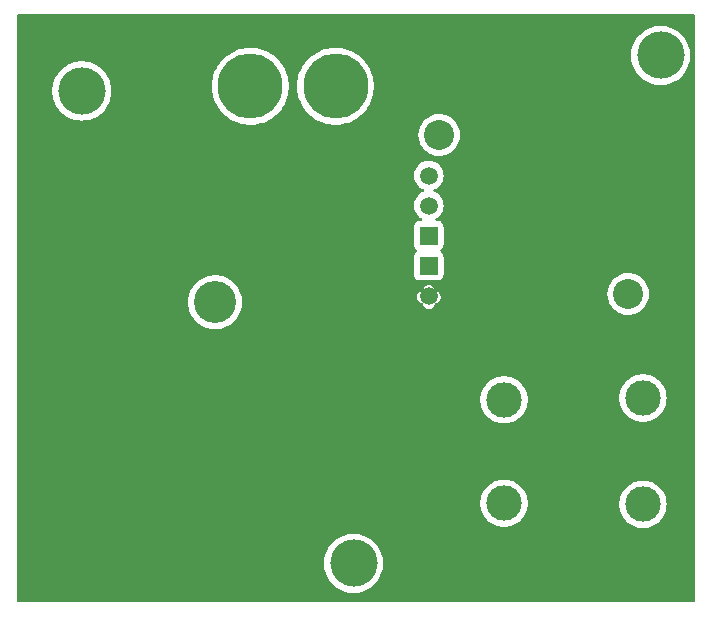
<source format=gtl>
G04 Layer: TopLayer*
G04 EasyEDA v6.5.5, 2022-06-01 21:54:51*
G04 8c1e14e235494d98a3ccc41632180272,c96cdaf6a0e44fa3bb1e134f2b5c86cb,10*
G04 Gerber Generator version 0.2*
G04 Scale: 100 percent, Rotated: No, Reflected: No *
G04 Dimensions in millimeters *
G04 leading zeros omitted , absolute positions ,4 integer and 5 decimal *
%FSLAX45Y45*%
%MOMM*%

%ADD12C,3.0000*%
%ADD13C,1.4986*%
%ADD14R,1.4986X1.4986*%
%ADD15C,2.5400*%
%ADD16C,5.4991*%
%ADD18C,3.5560*%
%ADD19C,4.0000*%

%LPD*%
G36*
X60706Y-5029504D02*
G01*
X56794Y-5028692D01*
X53492Y-5026507D01*
X51308Y-5023205D01*
X50546Y-5019344D01*
X50546Y-60706D01*
X51308Y-56794D01*
X53492Y-53492D01*
X56794Y-51308D01*
X60706Y-50546D01*
X5781344Y-50546D01*
X5785205Y-51308D01*
X5788507Y-53492D01*
X5790692Y-56794D01*
X5791504Y-60706D01*
X5791504Y-5019344D01*
X5790692Y-5023205D01*
X5788507Y-5026507D01*
X5785205Y-5028692D01*
X5781344Y-5029504D01*
G37*

%LPC*%
G36*
X2900019Y-4950510D02*
G01*
X2921812Y-4949545D01*
X2943504Y-4946700D01*
X2964840Y-4941976D01*
X2985668Y-4935423D01*
X3005886Y-4927041D01*
X3025241Y-4916932D01*
X3043682Y-4905197D01*
X3061004Y-4891887D01*
X3077159Y-4877155D01*
X3091891Y-4861001D01*
X3105200Y-4843678D01*
X3116935Y-4825238D01*
X3127044Y-4805883D01*
X3135426Y-4785664D01*
X3141980Y-4764836D01*
X3146704Y-4743500D01*
X3149549Y-4721809D01*
X3150514Y-4700016D01*
X3149549Y-4678172D01*
X3146704Y-4656480D01*
X3141980Y-4635144D01*
X3135426Y-4614316D01*
X3127044Y-4594148D01*
X3116935Y-4574743D01*
X3105200Y-4556302D01*
X3091891Y-4538980D01*
X3077159Y-4522876D01*
X3061004Y-4508093D01*
X3043682Y-4494784D01*
X3025241Y-4483049D01*
X3005886Y-4472940D01*
X2985668Y-4464608D01*
X2964840Y-4458004D01*
X2943504Y-4453280D01*
X2921812Y-4450435D01*
X2900019Y-4449470D01*
X2878175Y-4450435D01*
X2856484Y-4453280D01*
X2835148Y-4458004D01*
X2814320Y-4464608D01*
X2794152Y-4472940D01*
X2774746Y-4483049D01*
X2756306Y-4494784D01*
X2738983Y-4508093D01*
X2722880Y-4522876D01*
X2708097Y-4538980D01*
X2694787Y-4556302D01*
X2683052Y-4574743D01*
X2672943Y-4594148D01*
X2664612Y-4614316D01*
X2658008Y-4635144D01*
X2653284Y-4656480D01*
X2650439Y-4678172D01*
X2649474Y-4700016D01*
X2650439Y-4721809D01*
X2653284Y-4743500D01*
X2658008Y-4764836D01*
X2664612Y-4785664D01*
X2672943Y-4805883D01*
X2683052Y-4825238D01*
X2694787Y-4843678D01*
X2708097Y-4861001D01*
X2722880Y-4877155D01*
X2738983Y-4891887D01*
X2756306Y-4905197D01*
X2774746Y-4916932D01*
X2794152Y-4927041D01*
X2814320Y-4935423D01*
X2835148Y-4941976D01*
X2856484Y-4946700D01*
X2878175Y-4949545D01*
G37*
G36*
X5350052Y-4400499D02*
G01*
X5369712Y-4399534D01*
X5389168Y-4396638D01*
X5408269Y-4391863D01*
X5426811Y-4385208D01*
X5444591Y-4376826D01*
X5461457Y-4366717D01*
X5477256Y-4354982D01*
X5491835Y-4341774D01*
X5505043Y-4327194D01*
X5516778Y-4311396D01*
X5526887Y-4294530D01*
X5535320Y-4276699D01*
X5541924Y-4258208D01*
X5546699Y-4239107D01*
X5549595Y-4219651D01*
X5550560Y-4199991D01*
X5549595Y-4180332D01*
X5546699Y-4160875D01*
X5541924Y-4141774D01*
X5535320Y-4123232D01*
X5526887Y-4105452D01*
X5516778Y-4088587D01*
X5505043Y-4072788D01*
X5491835Y-4058208D01*
X5477256Y-4045000D01*
X5461457Y-4033265D01*
X5444591Y-4023156D01*
X5426811Y-4014724D01*
X5408269Y-4008120D01*
X5389168Y-4003344D01*
X5369712Y-4000449D01*
X5350052Y-3999484D01*
X5330393Y-4000449D01*
X5310936Y-4003344D01*
X5291836Y-4008120D01*
X5273344Y-4014724D01*
X5255564Y-4023156D01*
X5238648Y-4033265D01*
X5222849Y-4045000D01*
X5208270Y-4058208D01*
X5195062Y-4072788D01*
X5183327Y-4088587D01*
X5173218Y-4105452D01*
X5164836Y-4123232D01*
X5158181Y-4141774D01*
X5153406Y-4160875D01*
X5150510Y-4180332D01*
X5149545Y-4199991D01*
X5150510Y-4219651D01*
X5153406Y-4239107D01*
X5158181Y-4258208D01*
X5164836Y-4276699D01*
X5173218Y-4294530D01*
X5183327Y-4311396D01*
X5195062Y-4327194D01*
X5208270Y-4341774D01*
X5222849Y-4354982D01*
X5238648Y-4366717D01*
X5255564Y-4376826D01*
X5273344Y-4385208D01*
X5291836Y-4391863D01*
X5310936Y-4396638D01*
X5330393Y-4399534D01*
G37*
G36*
X4174388Y-4391507D02*
G01*
X4193997Y-4390542D01*
X4213504Y-4387646D01*
X4232554Y-4382871D01*
X4251096Y-4376216D01*
X4268876Y-4367834D01*
X4285742Y-4357725D01*
X4301591Y-4345990D01*
X4316171Y-4332782D01*
X4329379Y-4318203D01*
X4341063Y-4302404D01*
X4351223Y-4285488D01*
X4359605Y-4267708D01*
X4366260Y-4249216D01*
X4371035Y-4230116D01*
X4373930Y-4210659D01*
X4374896Y-4191000D01*
X4373930Y-4171340D01*
X4371035Y-4151884D01*
X4366260Y-4132783D01*
X4359605Y-4114241D01*
X4351223Y-4096461D01*
X4341063Y-4079595D01*
X4329379Y-4063796D01*
X4316171Y-4049217D01*
X4301591Y-4036009D01*
X4285742Y-4024274D01*
X4268876Y-4014165D01*
X4251096Y-4005732D01*
X4232554Y-3999128D01*
X4213504Y-3994353D01*
X4193997Y-3991457D01*
X4174388Y-3990492D01*
X4154728Y-3991457D01*
X4135272Y-3994353D01*
X4116171Y-3999128D01*
X4097629Y-4005732D01*
X4079849Y-4014165D01*
X4062984Y-4024274D01*
X4047185Y-4036009D01*
X4032605Y-4049217D01*
X4019346Y-4063796D01*
X4007662Y-4079595D01*
X3997553Y-4096461D01*
X3989120Y-4114241D01*
X3982516Y-4132783D01*
X3977690Y-4151884D01*
X3974846Y-4171340D01*
X3973880Y-4191000D01*
X3974846Y-4210659D01*
X3977690Y-4230116D01*
X3982516Y-4249216D01*
X3989120Y-4267708D01*
X3997553Y-4285488D01*
X4007662Y-4302404D01*
X4019346Y-4318203D01*
X4032605Y-4332782D01*
X4047185Y-4345990D01*
X4062984Y-4357725D01*
X4079849Y-4367834D01*
X4097629Y-4376216D01*
X4116171Y-4382871D01*
X4135272Y-4387646D01*
X4154728Y-4390542D01*
G37*
G36*
X4174388Y-3515207D02*
G01*
X4193997Y-3514242D01*
X4213504Y-3511346D01*
X4232554Y-3506571D01*
X4251096Y-3499916D01*
X4268876Y-3491534D01*
X4285742Y-3481425D01*
X4301591Y-3469690D01*
X4316171Y-3456482D01*
X4329379Y-3441903D01*
X4341063Y-3426104D01*
X4351223Y-3409187D01*
X4359605Y-3391408D01*
X4366260Y-3372916D01*
X4371035Y-3353815D01*
X4373930Y-3334359D01*
X4374896Y-3314700D01*
X4373930Y-3295040D01*
X4371035Y-3275584D01*
X4366260Y-3256483D01*
X4359605Y-3237941D01*
X4351223Y-3220161D01*
X4341063Y-3203295D01*
X4329379Y-3187496D01*
X4316171Y-3172917D01*
X4301591Y-3159709D01*
X4285742Y-3147974D01*
X4268876Y-3137865D01*
X4251096Y-3129432D01*
X4232554Y-3122828D01*
X4213504Y-3118053D01*
X4193997Y-3115157D01*
X4174388Y-3114192D01*
X4154728Y-3115157D01*
X4135272Y-3118053D01*
X4116171Y-3122828D01*
X4097629Y-3129432D01*
X4079849Y-3137865D01*
X4062984Y-3147974D01*
X4047185Y-3159709D01*
X4032605Y-3172917D01*
X4019346Y-3187496D01*
X4007662Y-3203295D01*
X3997553Y-3220161D01*
X3989120Y-3237941D01*
X3982516Y-3256483D01*
X3977690Y-3275584D01*
X3974846Y-3295040D01*
X3973880Y-3314700D01*
X3974846Y-3334359D01*
X3977690Y-3353815D01*
X3982516Y-3372916D01*
X3989120Y-3391408D01*
X3997553Y-3409187D01*
X4007662Y-3426104D01*
X4019346Y-3441903D01*
X4032605Y-3456482D01*
X4047185Y-3469690D01*
X4062984Y-3481425D01*
X4079849Y-3491534D01*
X4097629Y-3499916D01*
X4116171Y-3506571D01*
X4135272Y-3511346D01*
X4154728Y-3514242D01*
G37*
G36*
X5350052Y-3500475D02*
G01*
X5369712Y-3499510D01*
X5389168Y-3496665D01*
X5408269Y-3491839D01*
X5426811Y-3485235D01*
X5444591Y-3476802D01*
X5461457Y-3466693D01*
X5477256Y-3454958D01*
X5491835Y-3441750D01*
X5505043Y-3427171D01*
X5516778Y-3411372D01*
X5526887Y-3394506D01*
X5535320Y-3376726D01*
X5541924Y-3358184D01*
X5546750Y-3339084D01*
X5549595Y-3319627D01*
X5550560Y-3299968D01*
X5549595Y-3280359D01*
X5546750Y-3260852D01*
X5541924Y-3241802D01*
X5535320Y-3223260D01*
X5526887Y-3205480D01*
X5516778Y-3188614D01*
X5505043Y-3172764D01*
X5491835Y-3158185D01*
X5477256Y-3144977D01*
X5461457Y-3133293D01*
X5444591Y-3123133D01*
X5426811Y-3114751D01*
X5408269Y-3108096D01*
X5389168Y-3103321D01*
X5369712Y-3100425D01*
X5350052Y-3099460D01*
X5330393Y-3100425D01*
X5310936Y-3103321D01*
X5291886Y-3108096D01*
X5273344Y-3114751D01*
X5255564Y-3123133D01*
X5238699Y-3133293D01*
X5222849Y-3144977D01*
X5208270Y-3158185D01*
X5195062Y-3172764D01*
X5183378Y-3188614D01*
X5173218Y-3205480D01*
X5164836Y-3223260D01*
X5158181Y-3241802D01*
X5153406Y-3260852D01*
X5150510Y-3280359D01*
X5149545Y-3299968D01*
X5150510Y-3319627D01*
X5153406Y-3339084D01*
X5158181Y-3358184D01*
X5164836Y-3376726D01*
X5173218Y-3394506D01*
X5183378Y-3411372D01*
X5195062Y-3427171D01*
X5208270Y-3441750D01*
X5222849Y-3454958D01*
X5238699Y-3466693D01*
X5255564Y-3476802D01*
X5273344Y-3485235D01*
X5291886Y-3491839D01*
X5310936Y-3496665D01*
X5330393Y-3499510D01*
G37*
G36*
X1732381Y-2717444D02*
G01*
X1753107Y-2716022D01*
X1773631Y-2712720D01*
X1793798Y-2707589D01*
X1813356Y-2700629D01*
X1832254Y-2691892D01*
X1850237Y-2681528D01*
X1867204Y-2669540D01*
X1883054Y-2656078D01*
X1897583Y-2641193D01*
X1910689Y-2625090D01*
X1922272Y-2607818D01*
X1932228Y-2589580D01*
X1940509Y-2570530D01*
X1947062Y-2550820D01*
X1951736Y-2530551D01*
X1954580Y-2509977D01*
X1955495Y-2489200D01*
X1954580Y-2468422D01*
X1951736Y-2447848D01*
X1947062Y-2427579D01*
X1940509Y-2407869D01*
X1932228Y-2388819D01*
X1922272Y-2370582D01*
X1910689Y-2353310D01*
X1897583Y-2337206D01*
X1883054Y-2322322D01*
X1867204Y-2308860D01*
X1850237Y-2296871D01*
X1832254Y-2286508D01*
X1813356Y-2277770D01*
X1793798Y-2270810D01*
X1773631Y-2265680D01*
X1753107Y-2262378D01*
X1732381Y-2260955D01*
X1711604Y-2261412D01*
X1690979Y-2263800D01*
X1670608Y-2268016D01*
X1650746Y-2274062D01*
X1631492Y-2281936D01*
X1613052Y-2291486D01*
X1595526Y-2302662D01*
X1579118Y-2315413D01*
X1563928Y-2329586D01*
X1550111Y-2345131D01*
X1537716Y-2361793D01*
X1526946Y-2379573D01*
X1517802Y-2398217D01*
X1510385Y-2417673D01*
X1504797Y-2437688D01*
X1501038Y-2458110D01*
X1499108Y-2478786D01*
X1499108Y-2499614D01*
X1501038Y-2520289D01*
X1504797Y-2540711D01*
X1510385Y-2560726D01*
X1517802Y-2580182D01*
X1526946Y-2598826D01*
X1537716Y-2616606D01*
X1550111Y-2633268D01*
X1563928Y-2648813D01*
X1579118Y-2662986D01*
X1595526Y-2675737D01*
X1613052Y-2686913D01*
X1631492Y-2696464D01*
X1650746Y-2704338D01*
X1670608Y-2710383D01*
X1690979Y-2714599D01*
X1711604Y-2716987D01*
G37*
G36*
X5230622Y-2596794D02*
G01*
X5248859Y-2595372D01*
X5266842Y-2592120D01*
X5284368Y-2586990D01*
X5301284Y-2580132D01*
X5317439Y-2571546D01*
X5332577Y-2561336D01*
X5346649Y-2549601D01*
X5359400Y-2536545D01*
X5370728Y-2522220D01*
X5380532Y-2506776D01*
X5388711Y-2490419D01*
X5395163Y-2473350D01*
X5399786Y-2455672D01*
X5402630Y-2437587D01*
X5403545Y-2419350D01*
X5402630Y-2401112D01*
X5399786Y-2383028D01*
X5395163Y-2365349D01*
X5388711Y-2348280D01*
X5380532Y-2331923D01*
X5370728Y-2316480D01*
X5359400Y-2302154D01*
X5346649Y-2289098D01*
X5332577Y-2277364D01*
X5317439Y-2267153D01*
X5301284Y-2258568D01*
X5284368Y-2251710D01*
X5266842Y-2246579D01*
X5248859Y-2243328D01*
X5230622Y-2241905D01*
X5212334Y-2242362D01*
X5194249Y-2244699D01*
X5176418Y-2248916D01*
X5159197Y-2254910D01*
X5142636Y-2262682D01*
X5126939Y-2272080D01*
X5112359Y-2283053D01*
X5098948Y-2295448D01*
X5086858Y-2309164D01*
X5076291Y-2324100D01*
X5067249Y-2340000D01*
X5059934Y-2356713D01*
X5054396Y-2374138D01*
X5050637Y-2392019D01*
X5048758Y-2410206D01*
X5048758Y-2428494D01*
X5050637Y-2446680D01*
X5054396Y-2464562D01*
X5059934Y-2481986D01*
X5067249Y-2498699D01*
X5076291Y-2514600D01*
X5086858Y-2529535D01*
X5098948Y-2543251D01*
X5112359Y-2555646D01*
X5126939Y-2566619D01*
X5142636Y-2576017D01*
X5159197Y-2583789D01*
X5176418Y-2589784D01*
X5194249Y-2594000D01*
X5212334Y-2596337D01*
G37*
G36*
X3534410Y-2545232D02*
G01*
X3543452Y-2544978D01*
X3545992Y-2544572D01*
X3552139Y-2542997D01*
X3554729Y-2542133D01*
X3560521Y-2539441D01*
X3562858Y-2538069D01*
X3568090Y-2534412D01*
X3570122Y-2532634D01*
X3574592Y-2528062D01*
X3576269Y-2525979D01*
X3580282Y-2519781D01*
X3583584Y-2512872D01*
X3586378Y-2502509D01*
X3587750Y-2498852D01*
X3590391Y-2496007D01*
X3593947Y-2494330D01*
X3603498Y-2491943D01*
X3613505Y-2487168D01*
X3618128Y-2484069D01*
X3620262Y-2482392D01*
X3624834Y-2477922D01*
X3626612Y-2475890D01*
X3630269Y-2470658D01*
X3631641Y-2468321D01*
X3634333Y-2462530D01*
X3635197Y-2459939D01*
X3636772Y-2453792D01*
X3637178Y-2451150D01*
X3637584Y-2443632D01*
X3637178Y-2437384D01*
X3636772Y-2434691D01*
X3635197Y-2428544D01*
X3634333Y-2425954D01*
X3631641Y-2420162D01*
X3630269Y-2417826D01*
X3626612Y-2412593D01*
X3624834Y-2410561D01*
X3620262Y-2406091D01*
X3618179Y-2404414D01*
X3611981Y-2400401D01*
X3605072Y-2397099D01*
X3594709Y-2394305D01*
X3591051Y-2392934D01*
X3588207Y-2390292D01*
X3586530Y-2386736D01*
X3584143Y-2377186D01*
X3579368Y-2367178D01*
X3576269Y-2362555D01*
X3574592Y-2360422D01*
X3570122Y-2355850D01*
X3568090Y-2354072D01*
X3562858Y-2350414D01*
X3560521Y-2349042D01*
X3554729Y-2346350D01*
X3552139Y-2345486D01*
X3545992Y-2343912D01*
X3543350Y-2343505D01*
X3535832Y-2343099D01*
X3529584Y-2343505D01*
X3526891Y-2343912D01*
X3520744Y-2345486D01*
X3518154Y-2346350D01*
X3512362Y-2349042D01*
X3510026Y-2350414D01*
X3504793Y-2354072D01*
X3502761Y-2355850D01*
X3498291Y-2360422D01*
X3496614Y-2362504D01*
X3492601Y-2368702D01*
X3489299Y-2375611D01*
X3486505Y-2385974D01*
X3485134Y-2389632D01*
X3482492Y-2392476D01*
X3478936Y-2394153D01*
X3469386Y-2396540D01*
X3459378Y-2401316D01*
X3454755Y-2404414D01*
X3452622Y-2406091D01*
X3448050Y-2410561D01*
X3446272Y-2412593D01*
X3442614Y-2417826D01*
X3441242Y-2420162D01*
X3438550Y-2425954D01*
X3437686Y-2428544D01*
X3436112Y-2434691D01*
X3435705Y-2437333D01*
X3435299Y-2444851D01*
X3435705Y-2451100D01*
X3436112Y-2453792D01*
X3437686Y-2459939D01*
X3438550Y-2462530D01*
X3441242Y-2468321D01*
X3442614Y-2470658D01*
X3446272Y-2475890D01*
X3448050Y-2477922D01*
X3452622Y-2482392D01*
X3454704Y-2484069D01*
X3460902Y-2488082D01*
X3467811Y-2491384D01*
X3478174Y-2494178D01*
X3481832Y-2495550D01*
X3484676Y-2498191D01*
X3486353Y-2501747D01*
X3488740Y-2511298D01*
X3493515Y-2521305D01*
X3496614Y-2525928D01*
X3498291Y-2528062D01*
X3502761Y-2532634D01*
X3504793Y-2534412D01*
X3510026Y-2538069D01*
X3512362Y-2539441D01*
X3518154Y-2542133D01*
X3520744Y-2542997D01*
X3526891Y-2544572D01*
X3529584Y-2544978D01*
G37*
G36*
X3462477Y-2303526D02*
G01*
X3611422Y-2303526D01*
X3620668Y-2302713D01*
X3629151Y-2300427D01*
X3637127Y-2296718D01*
X3644341Y-2291638D01*
X3650538Y-2285441D01*
X3655618Y-2278227D01*
X3659327Y-2270252D01*
X3661613Y-2261768D01*
X3662426Y-2252522D01*
X3662426Y-2103577D01*
X3661613Y-2094331D01*
X3659327Y-2085848D01*
X3655618Y-2077872D01*
X3650538Y-2070658D01*
X3644341Y-2064461D01*
X3637076Y-2059381D01*
X3634384Y-2056587D01*
X3632911Y-2052980D01*
X3632911Y-2049119D01*
X3634384Y-2045512D01*
X3637076Y-2042718D01*
X3644341Y-2037638D01*
X3650538Y-2031441D01*
X3655618Y-2024227D01*
X3659327Y-2016252D01*
X3661613Y-2007768D01*
X3662426Y-1998522D01*
X3662426Y-1849577D01*
X3661613Y-1840331D01*
X3659327Y-1831848D01*
X3655618Y-1823872D01*
X3650538Y-1816658D01*
X3644341Y-1810461D01*
X3637127Y-1805381D01*
X3629151Y-1801672D01*
X3620668Y-1799386D01*
X3611422Y-1798624D01*
X3602786Y-1798624D01*
X3598519Y-1797659D01*
X3595014Y-1795018D01*
X3592982Y-1791157D01*
X3592728Y-1786788D01*
X3594354Y-1782775D01*
X3597503Y-1779727D01*
X3608222Y-1773275D01*
X3620109Y-1763928D01*
X3630828Y-1753209D01*
X3640175Y-1741322D01*
X3647998Y-1728317D01*
X3654247Y-1714550D01*
X3658717Y-1700072D01*
X3661460Y-1685188D01*
X3662375Y-1670050D01*
X3661460Y-1654911D01*
X3658717Y-1640027D01*
X3654247Y-1625549D01*
X3647998Y-1611782D01*
X3640175Y-1598777D01*
X3630828Y-1586890D01*
X3620109Y-1576171D01*
X3608222Y-1566824D01*
X3595217Y-1559001D01*
X3580892Y-1552498D01*
X3577691Y-1550314D01*
X3575608Y-1547063D01*
X3574897Y-1542846D01*
X3575608Y-1539036D01*
X3577691Y-1535785D01*
X3580892Y-1533601D01*
X3595217Y-1527098D01*
X3608222Y-1519275D01*
X3620109Y-1509928D01*
X3630828Y-1499209D01*
X3640175Y-1487322D01*
X3647998Y-1474317D01*
X3654247Y-1460550D01*
X3658717Y-1446072D01*
X3661460Y-1431188D01*
X3662375Y-1416050D01*
X3661460Y-1400911D01*
X3658717Y-1386027D01*
X3654247Y-1371549D01*
X3647998Y-1357782D01*
X3640175Y-1344777D01*
X3630828Y-1332890D01*
X3620109Y-1322171D01*
X3608222Y-1312824D01*
X3595217Y-1305001D01*
X3581450Y-1298752D01*
X3566972Y-1294282D01*
X3552088Y-1291539D01*
X3536950Y-1290624D01*
X3521811Y-1291539D01*
X3506927Y-1294282D01*
X3492449Y-1298752D01*
X3478682Y-1305001D01*
X3465677Y-1312824D01*
X3453790Y-1322171D01*
X3443071Y-1332890D01*
X3433724Y-1344777D01*
X3425901Y-1357782D01*
X3419652Y-1371549D01*
X3415182Y-1386027D01*
X3412439Y-1400911D01*
X3411524Y-1416050D01*
X3412439Y-1431188D01*
X3415182Y-1446072D01*
X3419652Y-1460550D01*
X3425901Y-1474317D01*
X3433724Y-1487322D01*
X3443071Y-1499209D01*
X3453790Y-1509928D01*
X3465677Y-1519275D01*
X3478682Y-1527098D01*
X3493008Y-1533601D01*
X3496208Y-1535785D01*
X3498291Y-1539036D01*
X3499002Y-1543253D01*
X3498291Y-1547063D01*
X3496208Y-1550314D01*
X3493008Y-1552498D01*
X3478682Y-1559001D01*
X3465677Y-1566824D01*
X3453790Y-1576171D01*
X3443071Y-1586890D01*
X3433724Y-1598777D01*
X3425901Y-1611782D01*
X3419652Y-1625549D01*
X3415182Y-1640027D01*
X3412439Y-1654911D01*
X3411524Y-1670050D01*
X3412439Y-1685188D01*
X3415182Y-1700072D01*
X3419652Y-1714550D01*
X3425901Y-1728317D01*
X3433724Y-1741322D01*
X3443071Y-1753209D01*
X3453790Y-1763928D01*
X3465677Y-1773275D01*
X3476396Y-1779727D01*
X3479546Y-1782775D01*
X3481171Y-1786788D01*
X3480917Y-1791157D01*
X3478885Y-1795018D01*
X3475380Y-1797659D01*
X3471113Y-1798624D01*
X3462477Y-1798624D01*
X3453231Y-1799386D01*
X3444748Y-1801672D01*
X3436772Y-1805381D01*
X3429558Y-1810461D01*
X3423361Y-1816658D01*
X3418281Y-1823872D01*
X3414572Y-1831848D01*
X3412286Y-1840331D01*
X3411474Y-1849577D01*
X3411474Y-1998522D01*
X3412286Y-2007768D01*
X3414572Y-2016252D01*
X3418281Y-2024227D01*
X3423361Y-2031441D01*
X3429558Y-2037638D01*
X3436823Y-2042718D01*
X3439515Y-2045512D01*
X3440988Y-2049119D01*
X3440988Y-2052980D01*
X3439515Y-2056587D01*
X3436823Y-2059381D01*
X3429558Y-2064461D01*
X3423361Y-2070658D01*
X3418281Y-2077872D01*
X3414572Y-2085848D01*
X3412286Y-2094331D01*
X3411474Y-2103577D01*
X3411474Y-2252522D01*
X3412286Y-2261768D01*
X3414572Y-2270252D01*
X3418281Y-2278227D01*
X3423361Y-2285441D01*
X3429558Y-2291638D01*
X3436772Y-2296718D01*
X3444748Y-2300427D01*
X3453231Y-2302713D01*
G37*
G36*
X3630422Y-1250594D02*
G01*
X3648659Y-1249172D01*
X3666642Y-1245920D01*
X3684168Y-1240790D01*
X3701084Y-1233932D01*
X3717239Y-1225346D01*
X3732377Y-1215136D01*
X3746449Y-1203401D01*
X3759200Y-1190345D01*
X3770528Y-1176020D01*
X3780332Y-1160576D01*
X3788511Y-1144219D01*
X3794963Y-1127150D01*
X3799586Y-1109472D01*
X3802430Y-1091387D01*
X3803345Y-1073150D01*
X3802430Y-1054912D01*
X3799586Y-1036828D01*
X3794963Y-1019149D01*
X3788511Y-1002080D01*
X3780332Y-985723D01*
X3770528Y-970280D01*
X3759200Y-955954D01*
X3746449Y-942898D01*
X3732377Y-931164D01*
X3717239Y-920953D01*
X3701084Y-912368D01*
X3684168Y-905510D01*
X3666642Y-900379D01*
X3648659Y-897128D01*
X3630422Y-895705D01*
X3612134Y-896162D01*
X3594049Y-898499D01*
X3576218Y-902716D01*
X3558997Y-908710D01*
X3542436Y-916482D01*
X3526739Y-925880D01*
X3512159Y-936853D01*
X3498748Y-949248D01*
X3486658Y-962964D01*
X3476091Y-977900D01*
X3467049Y-993800D01*
X3459734Y-1010513D01*
X3454196Y-1027937D01*
X3450437Y-1045819D01*
X3448558Y-1064006D01*
X3448558Y-1082294D01*
X3450437Y-1100480D01*
X3454196Y-1118362D01*
X3459734Y-1135786D01*
X3467049Y-1152499D01*
X3476091Y-1168400D01*
X3486658Y-1183335D01*
X3498748Y-1197051D01*
X3512159Y-1209446D01*
X3526739Y-1220419D01*
X3542436Y-1229817D01*
X3558997Y-1237589D01*
X3576218Y-1243584D01*
X3594049Y-1247800D01*
X3612134Y-1250137D01*
G37*
G36*
X2033930Y-985824D02*
G01*
X2059127Y-984351D01*
X2084120Y-980948D01*
X2108809Y-975563D01*
X2132990Y-968349D01*
X2156510Y-959256D01*
X2179269Y-948385D01*
X2201164Y-935736D01*
X2221941Y-921461D01*
X2241600Y-905611D01*
X2259990Y-888288D01*
X2276906Y-869594D01*
X2292400Y-849680D01*
X2306269Y-828548D01*
X2318461Y-806450D01*
X2328875Y-783488D01*
X2337511Y-759764D01*
X2344318Y-735482D01*
X2349144Y-710692D01*
X2352090Y-685596D01*
X2353056Y-660400D01*
X2352090Y-635203D01*
X2349144Y-610108D01*
X2344318Y-585317D01*
X2337511Y-561035D01*
X2328875Y-537311D01*
X2318461Y-514350D01*
X2306269Y-492251D01*
X2292400Y-471119D01*
X2276906Y-451205D01*
X2259990Y-432511D01*
X2241600Y-415188D01*
X2221941Y-399338D01*
X2201164Y-385064D01*
X2179269Y-372414D01*
X2156510Y-361543D01*
X2132990Y-352450D01*
X2108809Y-345236D01*
X2084120Y-339852D01*
X2059127Y-336448D01*
X2033930Y-334975D01*
X2008682Y-335483D01*
X1983536Y-337921D01*
X1958695Y-342290D01*
X1934260Y-348589D01*
X1910384Y-356768D01*
X1887220Y-366776D01*
X1864868Y-378561D01*
X1843532Y-391972D01*
X1823262Y-407060D01*
X1804263Y-423672D01*
X1786585Y-441706D01*
X1770380Y-461009D01*
X1755698Y-481533D01*
X1742643Y-503174D01*
X1731314Y-525729D01*
X1721764Y-549097D01*
X1714042Y-573125D01*
X1708251Y-597662D01*
X1704339Y-622604D01*
X1702358Y-647801D01*
X1702358Y-672998D01*
X1704339Y-698195D01*
X1708251Y-723138D01*
X1714042Y-747674D01*
X1721764Y-771702D01*
X1731314Y-795070D01*
X1742643Y-817625D01*
X1755698Y-839266D01*
X1770380Y-859790D01*
X1786585Y-879094D01*
X1804263Y-897128D01*
X1823262Y-913739D01*
X1843532Y-928827D01*
X1864868Y-942238D01*
X1887220Y-954024D01*
X1910384Y-964031D01*
X1934260Y-972210D01*
X1958695Y-978509D01*
X1983536Y-982878D01*
X2008682Y-985316D01*
G37*
G36*
X2753918Y-985824D02*
G01*
X2779115Y-984351D01*
X2804109Y-980948D01*
X2828798Y-975563D01*
X2852978Y-968349D01*
X2876499Y-959256D01*
X2899257Y-948385D01*
X2921152Y-935736D01*
X2941929Y-921461D01*
X2961589Y-905611D01*
X2979978Y-888288D01*
X2996895Y-869594D01*
X3012389Y-849680D01*
X3026257Y-828548D01*
X3038449Y-806450D01*
X3048863Y-783488D01*
X3057499Y-759764D01*
X3064306Y-735482D01*
X3069132Y-710692D01*
X3072079Y-685596D01*
X3073044Y-660400D01*
X3072079Y-635203D01*
X3069132Y-610108D01*
X3064306Y-585317D01*
X3057499Y-561035D01*
X3048863Y-537311D01*
X3038449Y-514350D01*
X3026257Y-492251D01*
X3012389Y-471119D01*
X2996895Y-451205D01*
X2979978Y-432511D01*
X2961589Y-415188D01*
X2941929Y-399338D01*
X2921152Y-385064D01*
X2899257Y-372414D01*
X2876499Y-361543D01*
X2852978Y-352450D01*
X2828798Y-345236D01*
X2804109Y-339852D01*
X2779115Y-336448D01*
X2753918Y-334975D01*
X2728671Y-335483D01*
X2703525Y-337921D01*
X2678684Y-342290D01*
X2654249Y-348589D01*
X2630373Y-356768D01*
X2607208Y-366776D01*
X2584856Y-378561D01*
X2563520Y-391972D01*
X2543251Y-407060D01*
X2524252Y-423672D01*
X2506573Y-441706D01*
X2490368Y-461009D01*
X2475687Y-481533D01*
X2462631Y-503174D01*
X2451303Y-525729D01*
X2441752Y-549097D01*
X2434031Y-573125D01*
X2428240Y-597662D01*
X2424328Y-622604D01*
X2422347Y-647801D01*
X2422347Y-672998D01*
X2424328Y-698195D01*
X2428240Y-723138D01*
X2434031Y-747674D01*
X2441752Y-771702D01*
X2451303Y-795070D01*
X2462631Y-817625D01*
X2475687Y-839266D01*
X2490368Y-859790D01*
X2506573Y-879094D01*
X2524252Y-897128D01*
X2543251Y-913739D01*
X2563520Y-928827D01*
X2584856Y-942238D01*
X2607208Y-954024D01*
X2630373Y-964031D01*
X2654249Y-972210D01*
X2678684Y-978509D01*
X2703525Y-982878D01*
X2728671Y-985316D01*
G37*
G36*
X599998Y-950518D02*
G01*
X621842Y-949553D01*
X643483Y-946708D01*
X664819Y-941984D01*
X685698Y-935380D01*
X705866Y-927049D01*
X725271Y-916940D01*
X743661Y-905205D01*
X761034Y-891895D01*
X777138Y-877163D01*
X791921Y-861009D01*
X805180Y-843686D01*
X816965Y-825246D01*
X827024Y-805891D01*
X835406Y-785672D01*
X841959Y-764844D01*
X846683Y-743508D01*
X849579Y-721817D01*
X850493Y-700024D01*
X849579Y-678180D01*
X846683Y-656488D01*
X841959Y-635152D01*
X835406Y-614324D01*
X827024Y-594106D01*
X816965Y-574751D01*
X805180Y-556310D01*
X791921Y-538988D01*
X777138Y-522884D01*
X761034Y-508101D01*
X743661Y-494792D01*
X725271Y-483057D01*
X705866Y-472948D01*
X685698Y-464616D01*
X664819Y-458012D01*
X643483Y-453288D01*
X621842Y-450443D01*
X599998Y-449478D01*
X578154Y-450443D01*
X556514Y-453288D01*
X535178Y-458012D01*
X514299Y-464616D01*
X494131Y-472948D01*
X474726Y-483057D01*
X456336Y-494792D01*
X438962Y-508101D01*
X422859Y-522884D01*
X408076Y-538988D01*
X394817Y-556310D01*
X383032Y-574751D01*
X372973Y-594106D01*
X364591Y-614324D01*
X358038Y-635152D01*
X353314Y-656488D01*
X350418Y-678180D01*
X349504Y-700024D01*
X350418Y-721817D01*
X353314Y-743508D01*
X358038Y-764844D01*
X364591Y-785672D01*
X372973Y-805891D01*
X383032Y-825246D01*
X394817Y-843686D01*
X408076Y-861009D01*
X422859Y-877163D01*
X438962Y-891895D01*
X456336Y-905205D01*
X474726Y-916940D01*
X494131Y-927049D01*
X514299Y-935380D01*
X535178Y-941984D01*
X556514Y-946708D01*
X578154Y-949553D01*
G37*
G36*
X5500014Y-650494D02*
G01*
X5521807Y-649579D01*
X5543499Y-646684D01*
X5564835Y-641959D01*
X5585663Y-635406D01*
X5605881Y-627024D01*
X5625236Y-616966D01*
X5643676Y-605180D01*
X5660999Y-591921D01*
X5677154Y-577138D01*
X5691886Y-561035D01*
X5705195Y-543661D01*
X5716930Y-525272D01*
X5727039Y-505866D01*
X5735421Y-485698D01*
X5741974Y-464820D01*
X5746699Y-443484D01*
X5749544Y-421843D01*
X5750509Y-399999D01*
X5749544Y-378155D01*
X5746699Y-356514D01*
X5741974Y-335178D01*
X5735421Y-314299D01*
X5727039Y-294132D01*
X5716930Y-274726D01*
X5705195Y-256336D01*
X5691886Y-238963D01*
X5677154Y-222859D01*
X5660999Y-208076D01*
X5643676Y-194818D01*
X5625236Y-183032D01*
X5605881Y-172974D01*
X5585663Y-164592D01*
X5564835Y-158038D01*
X5543499Y-153314D01*
X5521807Y-150418D01*
X5500014Y-149504D01*
X5478170Y-150418D01*
X5456478Y-153314D01*
X5435142Y-158038D01*
X5414314Y-164592D01*
X5394147Y-172974D01*
X5374741Y-183032D01*
X5356301Y-194818D01*
X5338978Y-208076D01*
X5322874Y-222859D01*
X5308092Y-238963D01*
X5294782Y-256336D01*
X5283047Y-274726D01*
X5272938Y-294132D01*
X5264607Y-314299D01*
X5258003Y-335178D01*
X5253278Y-356514D01*
X5250434Y-378155D01*
X5249468Y-399999D01*
X5250434Y-421843D01*
X5253278Y-443484D01*
X5258003Y-464820D01*
X5264607Y-485698D01*
X5272938Y-505866D01*
X5283047Y-525272D01*
X5294782Y-543661D01*
X5308092Y-561035D01*
X5322874Y-577138D01*
X5338978Y-591921D01*
X5356301Y-605180D01*
X5374741Y-616966D01*
X5394147Y-627024D01*
X5414314Y-635406D01*
X5435142Y-641959D01*
X5456478Y-646684D01*
X5478170Y-649579D01*
G37*

%LPD*%
D12*
G01*
X3674363Y-3314700D03*
G01*
X4174363Y-3314700D03*
G01*
X3674363Y-4191000D03*
G01*
X4174363Y-4191000D03*
D13*
G01*
X3536950Y-2432050D03*
D14*
G01*
X3536950Y-2178050D03*
G01*
X3536950Y-1924050D03*
D13*
G01*
X3536950Y-1670050D03*
G01*
X3536950Y-1416050D03*
D15*
G01*
X5226050Y-2419350D03*
G01*
X3625850Y-1073150D03*
D16*
G01*
X2027605Y-660400D03*
G01*
X2747594Y-660400D03*
G36*
X1549400Y-3327400D02*
G01*
X1905000Y-3327400D01*
X1905000Y-3683000D01*
X1549400Y-3683000D01*
G37*
D18*
G01*
X1727200Y-2489200D03*
D12*
G01*
X4850079Y-3299993D03*
G01*
X5350078Y-3299993D03*
G01*
X4850053Y-4199991D03*
G01*
X5350052Y-4199991D03*
D19*
G01*
X599998Y-699998D03*
G01*
X2899994Y-4699990D03*
G01*
X5499988Y-399999D03*
M02*

</source>
